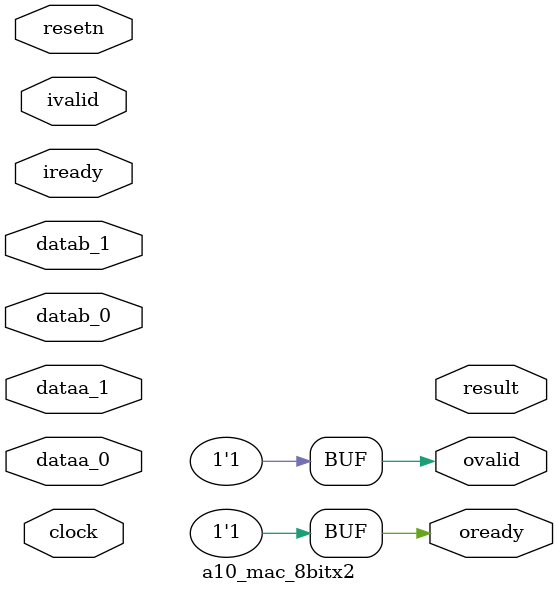
<source format=v>
`timescale 1 ps / 1 ps
module a10_mac_8bitx2 (
		input   clock,
		input   resetn,
		input   ivalid, 
		input   iready,
		output  ovalid, 
		output  oready,
		
		input  wire [7:0]  dataa_0, // dataa_0.dataa_0
		input  wire [7:0]  datab_0, // datab_0.datab_0
		
		input  wire [7:0]  dataa_1, // dataa_1.dataa_1
		input  wire [7:0]  datab_1, // datab_1.datab_1
		
		output wire [31:0] result  //  result.result
	);


	assign ovalid = 1'b1;
	assign oready = 1'b1;
	// ivalid, iready, resetn are ignored


	a10_mac_8bitx2_altera_mult_add_171_72klhga inst (
		.result  (result_18b),  //  result.result
		.dataa_0 (dataa_0), // dataa_0.dataa_0
		.dataa_1 (dataa_1), // dataa_1.dataa_1
		.datab_0 (datab_0), // datab_0.datab_0
		.datab_1 (datab_1), // datab_1.datab_1
		.clock0  (clock)   //  clock0.clock0
	);

endmodule

</source>
